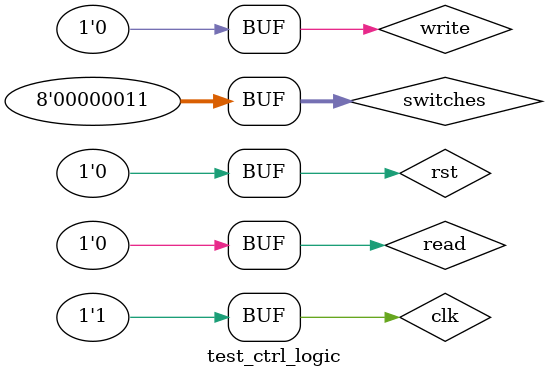
<source format=v>
`timescale 1ns / 1ps


module test_ctrl_logic;

	// Inputs
	reg clk;
	reg rst;
	reg [7:0] switches;
	reg write;
	reg read;

	// Outputs
	wire [22:0] addr;
	wire ce;
	wire we;
	wire oe;
	wire sram_clk;
	wire adv;
	wire cre;
	wire lb;
	wire ub;

	// Bidirs
	wire [7:0] databus;

	// Instantiate the Unit Under Test (UUT)
	ctrl_logic uut (
		.clk(clk), 
		.rst(rst), 
		.switches(switches), 
		.write(write), 
		.read(read), 
		.addr(addr), 
		.databus(databus), 
		.ce(ce), 
		.we(we), 
		.oe(oe), 
		.sram_clk(sram_clk), 
		.adv(adv), 
		.cre(cre), 
		.lb(lb), 
		.ub(ub)
	);
	
	// 50 MHz Clock
	always
	begin
		clk = 0;
		#5;
		clk = 1;
		#5;
	end
	
	// SRAM model
	sram_model SRAM (
    .addr(addr), 
    .data(databus), 
    .oe_n(oe), 
    .we_n(we)
    );
	
	initial begin
		// Initialize Inputs
		clk = 0;
		rst = 1;
		switches = 0;
		write = 0;
		read = 0;

		// Wait 100 ns for global reset to finish
		#100;
      rst = 0;
		#200;
        
		// Add stimulus here
		
		// Write the 4 values into RAM
		switches = 255;
		write = 1;
		#100;
		write = 0;
		#300;
		
		switches = 128;
		write = 1;
		#100;
		write = 0;
		#300;
		
		switches = 64;
		write = 1;
		#100;
		write = 0;
		#300;
		
		switches = 32;
		write = 1;
		#100;
		write = 0;
		#300;
		
		// Finished Writing to the 4 addresses, time to read from them
		// remember the switches represent the address location now
		switches = 0;
		read = 1;
		#100;
		read = 0;
		#300;
		
		switches = 1;
		read = 1;
		#100;
		read = 0;
		#300;
		
		switches = 2;
		read = 1;
		#100;
		read = 0;
		#300;
		
		switches = 3;
		read = 1;
		#100;
		read = 0;
		#300;
		

	end
      
endmodule


</source>
